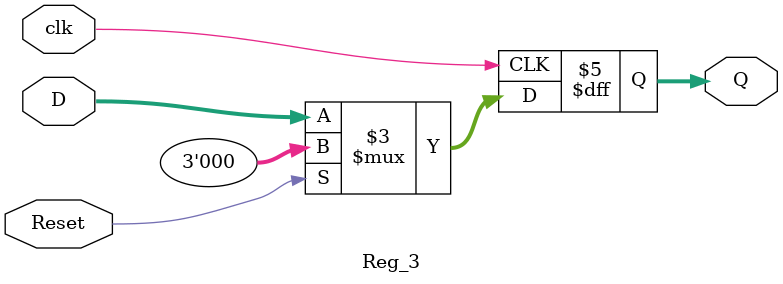
<source format=v>
`timescale 1ns / 1ps
module Reg_3(
    input [2:0] D,
    output reg [2:0] Q,
    input clk,
    input Reset
    );
	always @(posedge clk)
		if (Reset)
			Q <= 64'b0;
		else
			Q <= D;
endmodule


</source>
